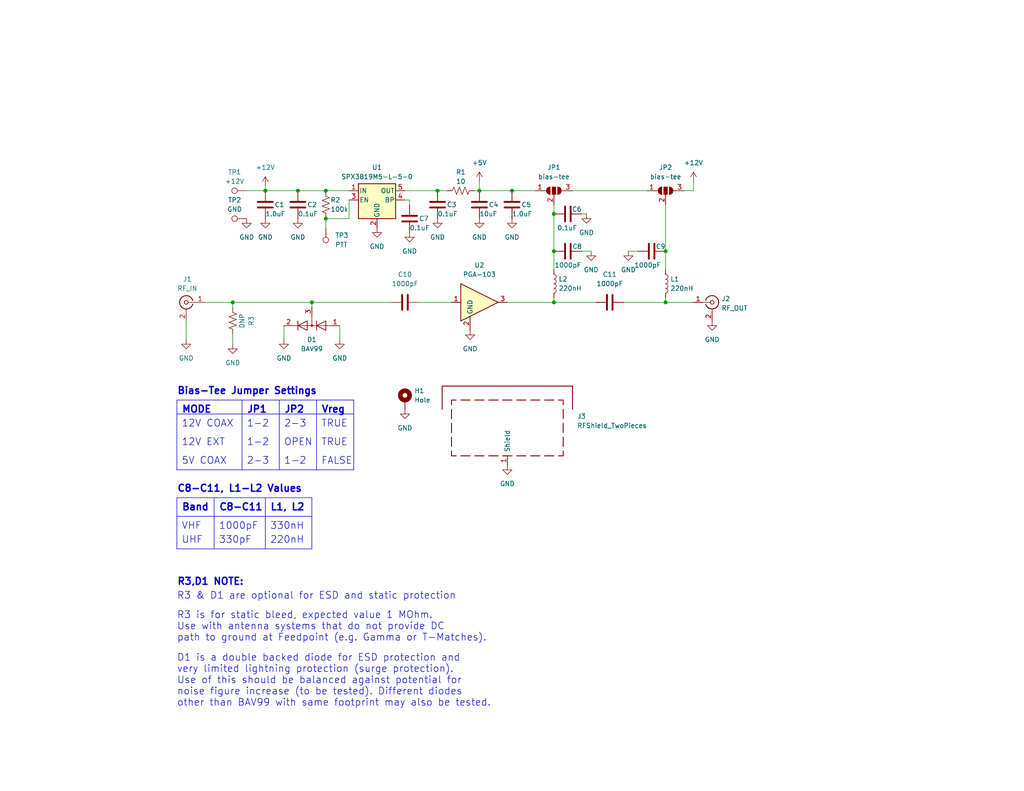
<source format=kicad_sch>
(kicad_sch (version 20230121) (generator eeschema)
  (paper "A")
  (title_block (title "PGA-103+ Preamplifier, Version 1") (date "2023-08-08") (rev "-") (company "VTGS, GSN-DSA") (comment 1 "Preamplifier for VHF/UHF Satellite Rx") (comment 2 "creativecommons.org/licenses/by/4.0/") (comment 3 "License: CC BY 4.0") (comment 4 "Author: Zach Leffke, KJ4QLP"))
  (lib_symbols
    (symbol "Connector:Conn_Coaxial" (pin_names (offset 1.016) hide)
      (property "Reference" "J" (at 0.254 3.048 0))
      (property "Value" "Conn_Coaxial" (at 2.921 0 90))
      (symbol "Conn_Coaxial_0_1"
        (arc (start -1.778 -0.508) (mid 0.2311 -1.8066) (end 1.778 0) (stroke (width 0.254)))
        (polyline (pts (xy -2.54 0) (xy -0.508 0)))
        (polyline (pts (xy 0 -2.54) (xy 0 -1.778)))
        (circle (center 0 0) (radius 0.508) (stroke (width 0.2032)))
        (arc (start 1.778 0) (mid 0.2099 1.8101) (end -1.778 0.508) (stroke (width 0.254)))
      )
      (symbol "Conn_Coaxial_1_1"
        (pin passive line (at -5.08 0 0) (length 2.54) (name "In") (number "1"))
        (pin passive line (at 0 -5.08 90) (length 2.54) (name "Ext") (number "2"))
      )
    )
    (symbol "Connector:TestPoint" (pin_numbers hide) (pin_names (offset 0.762) hide)
      (property "Reference" "TP" (at 0 6.858 0))
      (property "Value" "TestPoint" (at 0 5.08 0))
      (symbol "TestPoint_0_1"
        (circle (center 0 3.302) (radius 0.762))
      )
      (symbol "TestPoint_1_1"
        (pin passive line (at 0 0 90) (length 2.54) (name "1") (number "1"))
      )
    )
    (symbol "Device:C" (pin_numbers hide) (pin_names (offset 0.254))
      (property "Reference" "C" (at 0.635 2.54 0))
      (property "Value" "C" (at 0.635 -2.54 0))
      (symbol "C_0_1"
        (polyline (pts (xy -2.032 -0.762) (xy 2.032 -0.762)) (stroke (width 0.508)))
        (polyline (pts (xy -2.032 0.762) (xy 2.032 0.762)) (stroke (width 0.508)))
      )
      (symbol "C_1_1"
        (pin passive line (at 0 3.81 270) (length 2.794) (name "~") (number "1"))
        (pin passive line (at 0 -3.81 90) (length 2.794) (name "~") (number "2"))
      )
    )
    (symbol "Device:L" (pin_numbers hide) (pin_names (offset 1.016) hide)
      (property "Reference" "L" (at -1.27 0 90))
      (property "Value" "L" (at 1.905 0 90))
      (symbol "L_0_1"
        (arc (start 0 -2.54) (mid 0.6323 -1.905) (end 0 -1.27))
        (arc (start 0 -1.27) (mid 0.6323 -0.635) (end 0 0))
        (arc (start 0 0) (mid 0.6323 0.635) (end 0 1.27))
        (arc (start 0 1.27) (mid 0.6323 1.905) (end 0 2.54))
      )
      (symbol "L_1_1"
        (pin passive line (at 0 3.81 270) (length 1.27) (name "1") (number "1"))
        (pin passive line (at 0 -3.81 90) (length 1.27) (name "2") (number "2"))
      )
    )
    (symbol "Device:RFShield_TwoPieces" (pin_names (offset 1.016))
      (property "Reference" "J" (at 0 5.08 0))
      (property "Value" "RFShield_TwoPieces" (at 0 2.54 0))
      (symbol "RFShield_TwoPieces_0_1"
        (polyline (pts (xy -15.24 -5.08) (xy -15.24 -2.54)) (stroke (width 0.254)))
        (polyline (pts (xy -15.24 -1.27) (xy -15.24 1.27)) (stroke (width 0.254)))
        (polyline (pts (xy -15.24 2.54) (xy -15.24 5.08)) (stroke (width 0.254)))
        (polyline (pts (xy -12.7 7.62) (xy -10.16 7.62)) (stroke (width 0.254)))
        (polyline (pts (xy -10.16 -7.62) (xy -12.7 -7.62)) (stroke (width 0.254)))
        (polyline (pts (xy -6.35 -7.62) (xy -8.89 -7.62)) (stroke (width 0.254)))
        (polyline (pts (xy -6.35 7.62) (xy -8.89 7.62)) (stroke (width 0.254)))
        (polyline (pts (xy -2.54 -7.62) (xy -5.08 -7.62)) (stroke (width 0.254)))
        (polyline (pts (xy -2.54 7.62) (xy -5.08 7.62)) (stroke (width 0.254)))
        (polyline (pts (xy -1.27 -7.62) (xy 1.27 -7.62)) (stroke (width 0.254)))
        (polyline (pts (xy 1.27 7.62) (xy -1.27 7.62)) (stroke (width 0.254)))
        (polyline (pts (xy 2.54 -7.62) (xy 5.08 -7.62)) (stroke (width 0.254)))
        (polyline (pts (xy 5.08 7.62) (xy 2.54 7.62)) (stroke (width 0.254)))
        (polyline (pts (xy 6.35 -7.62) (xy 8.89 -7.62)) (stroke (width 0.254)))
        (polyline (pts (xy 8.89 7.62) (xy 6.35 7.62)) (stroke (width 0.254)))
        (polyline (pts (xy 10.16 -7.62) (xy 12.7 -7.62)) (stroke (width 0.254)))
        (polyline (pts (xy 12.7 7.62) (xy 10.16 7.62)) (stroke (width 0.254)))
        (polyline (pts (xy 15.24 -5.08) (xy 15.24 -2.54)) (stroke (width 0.254)))
        (polyline (pts (xy 15.24 -1.27) (xy 15.24 1.27)) (stroke (width 0.254)))
        (polyline (pts (xy 15.24 2.54) (xy 15.24 5.08)) (stroke (width 0.254)))
        (polyline (pts (xy -15.24 6.35) (xy -15.24 7.62) (xy -13.97 7.62)) (stroke (width 0.254)))
        (polyline (pts (xy -13.97 -7.62) (xy -15.24 -7.62) (xy -15.24 -6.35)) (stroke (width 0.254)))
        (polyline (pts (xy 13.97 -7.62) (xy 15.24 -7.62) (xy 15.24 -6.35)) (stroke (width 0.254)))
        (polyline (pts (xy 15.24 6.35) (xy 15.24 7.62) (xy 13.97 7.62)) (stroke (width 0.254)))
        (polyline (pts (xy -17.78 5.08) (xy -17.78 11.43) (xy 17.78 11.43) (xy 17.78 5.08)) (stroke (width 0.254)))
      )
      (symbol "RFShield_TwoPieces_1_1"
        (pin passive line (at 0 -10.16 90) (length 2.54) (name "Shield") (number "1"))
      )
    )
    (symbol "Device:R_US" (pin_numbers hide) (pin_names (offset 0))
      (property "Reference" "R" (at 2.54 0 90))
      (property "Value" "R_US" (at -2.54 0 90))
      (symbol "R_US_0_1"
        (polyline (pts (xy 0 -2.286) (xy 0 -2.54)))
        (polyline (pts (xy 0 2.286) (xy 0 2.54)))
        (polyline (pts (xy 0 -0.762) (xy 1.016 -1.143) (xy 0 -1.524) (xy -1.016 -1.905) (xy 0 -2.286)))
        (polyline (pts (xy 0 0.762) (xy 1.016 0.381) (xy 0 0) (xy -1.016 -0.381) (xy 0 -0.762)))
        (polyline (pts (xy 0 2.286) (xy 1.016 1.905) (xy 0 1.524) (xy -1.016 1.143) (xy 0 0.762)))
      )
      (symbol "R_US_1_1"
        (pin passive line (at 0 3.81 270) (length 1.27) (name "~") (number "1"))
        (pin passive line (at 0 -3.81 90) (length 1.27) (name "~") (number "2"))
      )
    )
    (symbol "Diode:BAV99" (pin_names hide)
      (property "Reference" "D" (at 0 5.08 0))
      (property "Value" "BAV99" (at 0 2.54 0))
      (symbol "BAV99_0_1"
        (polyline (pts (xy -5.08 0) (xy 5.08 0)))
      )
      (symbol "BAV99_1_1"
        (polyline (pts (xy 0 0) (xy 0 -2.54)))
        (polyline (pts (xy -1.27 -1.27) (xy -1.27 1.27) (xy -1.27 1.27)) (stroke (width 0.2032)))
        (polyline (pts (xy 3.81 1.27) (xy 3.81 -1.27) (xy 3.81 -1.27)) (stroke (width 0.2032)))
        (polyline (pts (xy -3.81 1.27) (xy -1.27 0) (xy -3.81 -1.27) (xy -3.81 1.27) (xy -3.81 1.27) (xy -3.81 1.27)) (stroke (width 0.2032)))
        (polyline (pts (xy 1.27 1.27) (xy 3.81 0) (xy 1.27 -1.27) (xy 1.27 1.27) (xy 1.27 1.27) (xy 1.27 1.27)) (stroke (width 0.2032)))
        (circle (center 0 0) (radius 0.254) (fill (type outline)))
        (pin passive line (at -7.62 0 0) (length 2.54) (name "K") (number "1"))
        (pin passive line (at 7.62 0 180) (length 2.54) (name "A") (number "2"))
        (pin passive line (at 0 -5.08 90) (length 2.54) (name "K") (number "3"))
      )
    )
    (symbol "Jumper:SolderJumper_3_Open" (pin_names (offset 0) hide)
      (property "Reference" "JP" (at -2.54 -2.54 0))
      (property "Value" "SolderJumper_3_Open" (at 0 2.794 0))
      (symbol "SolderJumper_3_Open_0_1"
        (arc (start -1.016 1.016) (mid -2.0276 0) (end -1.016 -1.016))
        (arc (start -1.016 1.016) (mid -2.0276 0) (end -1.016 -1.016) (fill (type outline)))
        (rectangle (start -0.508 1.016) (end 0.508 -1.016) (fill (type outline)))
        (polyline (pts (xy -2.54 0) (xy -2.032 0)))
        (polyline (pts (xy -1.016 1.016) (xy -1.016 -1.016)))
        (polyline (pts (xy 0 -1.27) (xy 0 -1.016)))
        (polyline (pts (xy 1.016 1.016) (xy 1.016 -1.016)))
        (polyline (pts (xy 2.54 0) (xy 2.032 0)))
        (arc (start 1.016 -1.016) (mid 2.0276 0) (end 1.016 1.016))
        (arc (start 1.016 -1.016) (mid 2.0276 0) (end 1.016 1.016) (fill (type outline)))
      )
      (symbol "SolderJumper_3_Open_1_1"
        (pin passive line (at -5.08 0 0) (length 2.54) (name "A") (number "1"))
        (pin passive line (at 0 -3.81 90) (length 2.54) (name "C") (number "2"))
        (pin passive line (at 5.08 0 180) (length 2.54) (name "B") (number "3"))
      )
    )
    (symbol "Mechanical:MountingHole_Pad" (pin_numbers hide) (pin_names (offset 1.016) hide)
      (property "Reference" "H" (at 0 6.35 0))
      (property "Value" "MountingHole_Pad" (at 0 4.445 0))
      (symbol "MountingHole_Pad_0_1"
        (circle (center 0 1.27) (radius 1.27) (stroke (width 1.27)))
      )
      (symbol "MountingHole_Pad_1_1"
        (pin input line (at 0 -2.54 90) (length 2.54) (name "1") (number "1"))
      )
    )
    (symbol "RF_Amplifier:PGA-103"
      (property "Reference" "U" (at -1.27 7.62 0))
      (property "Value" "PGA-103" (at 2.54 5.08 0))
      (symbol "PGA-103_0_1"
        (polyline (pts (xy 5.08 0) (xy -5.08 5.08) (xy -5.08 -5.08) (xy 5.08 0)) (stroke (width 0.254)) (fill (type background)))
      )
      (symbol "PGA-103_1_1"
        (pin input line (at -7.62 0 0) (length 2.54) (name "~") (number "1"))
        (pin power_in line (at -2.54 -7.62 90) (length 3.81) (name "GND") (number "2"))
        (pin output line (at 7.62 0 180) (length 2.54) (name "~") (number "3"))
      )
    )
    (symbol "Regulator_Linear:SPX3819M5-L-5-0" (pin_names (offset 0.254))
      (property "Reference" "U" (at -3.81 5.715 0))
      (property "Value" "SPX3819M5-L-5-0" (at 0 5.715 0))
      (symbol "SPX3819M5-L-5-0_0_1"
        (rectangle (start -5.08 4.445) (end 5.08 -5.08) (stroke (width 0.254)) (fill (type background)))
      )
      (symbol "SPX3819M5-L-5-0_1_1"
        (pin power_in line (at -7.62 2.54 0) (length 2.54) (name "IN") (number "1"))
        (pin power_in line (at 0 -7.62 90) (length 2.54) (name "GND") (number "2"))
        (pin input line (at -7.62 0 0) (length 2.54) (name "EN") (number "3"))
        (pin input line (at 7.62 0 180) (length 2.54) (name "BP") (number "4"))
        (pin power_out line (at 7.62 2.54 180) (length 2.54) (name "OUT") (number "5"))
      )
    )
    (symbol "power:+12V" (power) (pin_names (offset 0))
      (property "Value" "+12V" (at 0 3.556 0))
      (symbol "+12V_0_1"
        (polyline (pts (xy -0.762 1.27) (xy 0 2.54)))
        (polyline (pts (xy 0 0) (xy 0 2.54)))
        (polyline (pts (xy 0 2.54) (xy 0.762 1.27)))
      )
      (symbol "+12V_1_1"
        (pin power_in line (at 0 0 90) (length 0) hide (name "+12V") (number "1"))
      )
    )
    (symbol "power:+5V" (power) (pin_names (offset 0))
      (property "Value" "+5V" (at 0 3.556 0))
      (symbol "+5V_0_1"
        (polyline (pts (xy -0.762 1.27) (xy 0 2.54)))
        (polyline (pts (xy 0 0) (xy 0 2.54)))
        (polyline (pts (xy 0 2.54) (xy 0.762 1.27)))
      )
      (symbol "+5V_1_1"
        (pin power_in line (at 0 0 90) (length 0) hide (name "+5V") (number "1"))
      )
    )
    (symbol "power:GND" (power) (pin_names (offset 0))
      (property "Value" "GND" (at 0 -3.81 0))
      (symbol "GND_0_1"
        (polyline (pts (xy 0 0) (xy 0 -1.27) (xy 1.27 -1.27) (xy 0 -2.54) (xy -1.27 -1.27) (xy 0 -1.27)))
      )
      (symbol "GND_1_1"
        (pin power_in line (at 0 0 270) (length 0) hide (name "GND") (number "1"))
      )
    )
  )
  (junction (at 151.13 58.42))
  (junction (at 81.28 52.07))
  (junction (at 119.38 52.07))
  (junction (at 130.81 52.07))
  (junction (at 88.9 52.07))
  (junction (at 72.39 52.07))
  (junction (at 181.61 68.58))
  (junction (at 85.09 82.55))
  (junction (at 139.7 52.07))
  (junction (at 181.61 82.55))
  (junction (at 88.9 59.69))
  (junction (at 151.13 68.58))
  (junction (at 63.5 82.55))
  (junction (at 151.13 82.55))
  (wire (pts (xy 189.23 52.07) (xy 189.23 49.53)))
  (wire (pts (xy 92.71 88.9) (xy 92.71 92.71)))
  (wire (pts (xy 55.88 82.55) (xy 63.5 82.55)))
  (wire (pts (xy 72.39 50.8) (xy 72.39 52.07)))
  (wire (pts (xy 85.09 82.55) (xy 106.68 82.55)))
  (wire (pts (xy 151.13 81.28) (xy 151.13 82.55)))
  (wire (pts (xy 181.61 81.28) (xy 181.61 82.55)))
  (wire (pts (xy 151.13 58.42) (xy 151.13 68.58)))
  (polyline (pts (xy 48.26 140.97) (xy 85.09 140.97)))
  (wire (pts (xy 151.13 68.58) (xy 151.13 73.66)))
  (wire (pts (xy 181.61 55.88) (xy 181.61 68.58)))
  (wire (pts (xy 171.45 68.58) (xy 173.99 68.58)))
  (wire (pts (xy 85.09 82.55) (xy 85.09 83.82)))
  (wire (pts (xy 114.3 82.55) (xy 123.19 82.55)))
  (polyline (pts (xy 58.42 135.89) (xy 58.42 149.86)))
  (wire (pts (xy 151.13 55.88) (xy 151.13 58.42)))
  (wire (pts (xy 139.7 52.07) (xy 146.05 52.07)))
  (wire (pts (xy 95.25 59.69) (xy 95.25 54.61)))
  (wire (pts (xy 130.81 52.07) (xy 139.7 52.07)))
  (wire (pts (xy 72.39 52.07) (xy 81.28 52.07)))
  (wire (pts (xy 181.61 82.55) (xy 189.23 82.55)))
  (polyline (pts (xy 76.2 109.22) (xy 76.2 128.27)))
  (polyline (pts (xy 48.26 113.03) (xy 96.52 113.03)))
  (wire (pts (xy 181.61 68.58) (xy 181.61 73.66)))
  (polyline (pts (xy 48.26 109.22) (xy 96.52 109.22)))
  (polyline (pts (xy 72.39 135.89) (xy 72.39 149.86)))
  (wire (pts (xy 88.9 59.69) (xy 88.9 62.23)))
  (wire (pts (xy 110.49 52.07) (xy 119.38 52.07)))
  (wire (pts (xy 158.75 68.58) (xy 161.29 68.58)))
  (polyline (pts (xy 96.52 109.22) (xy 96.52 128.27)))
  (polyline (pts (xy 85.09 135.89) (xy 85.09 149.86)))
  (polyline (pts (xy 48.26 109.22) (xy 48.26 128.27)))
  (polyline (pts (xy 48.26 135.89) (xy 85.09 135.89)))
  (wire (pts (xy 129.54 52.07) (xy 130.81 52.07)))
  (wire (pts (xy 67.31 52.07) (xy 72.39 52.07)))
  (wire (pts (xy 63.5 82.55) (xy 85.09 82.55)))
  (polyline (pts (xy 86.36 109.22) (xy 86.36 128.27)))
  (wire (pts (xy 88.9 52.07) (xy 95.25 52.07)))
  (wire (pts (xy 81.28 52.07) (xy 88.9 52.07)))
  (wire (pts (xy 186.69 52.07) (xy 189.23 52.07)))
  (wire (pts (xy 88.9 59.69) (xy 95.25 59.69)))
  (polyline (pts (xy 66.04 109.22) (xy 66.04 128.27)))
  (wire (pts (xy 170.18 82.55) (xy 181.61 82.55)))
  (wire (pts (xy 160.02 58.42) (xy 158.75 58.42)))
  (polyline (pts (xy 96.52 128.27) (xy 48.26 128.27)))
  (wire (pts (xy 138.43 82.55) (xy 151.13 82.55)))
  (wire (pts (xy 119.38 52.07) (xy 121.92 52.07)))
  (wire (pts (xy 156.21 52.07) (xy 176.53 52.07)))
  (wire (pts (xy 151.13 82.55) (xy 162.56 82.55)))
  (polyline (pts (xy 48.26 149.86) (xy 85.09 149.86)))
  (wire (pts (xy 63.5 91.44) (xy 63.5 93.98)))
  (wire (pts (xy 77.47 88.9) (xy 77.47 92.71)))
  (wire (pts (xy 63.5 83.82) (xy 63.5 82.55)))
  (wire (pts (xy 111.76 54.61) (xy 111.76 55.88)))
  (wire (pts (xy 110.49 54.61) (xy 111.76 54.61)))
  (wire (pts (xy 50.8 87.63) (xy 50.8 92.71)))
  (polyline (pts (xy 48.26 135.89) (xy 48.26 149.86)))
  (wire (pts (xy 130.81 49.53) (xy 130.81 52.07)))
  (text "UHF" (at 49.53 148.59 0) (effects (font (size 1.905 1.905)) (justify left bottom)))
  (text "2-3" (at 67.31 127 0) (effects (font (size 1.905 1.905)) (justify left bottom)))
  (text "TRUE" (at 87.63 116.84 0) (effects (font (size 1.905 1.905)) (justify left bottom)))
  (text "2-3" (at 77.47 116.84 0) (effects (font (size 1.905 1.905)) (justify left bottom)))
  (text "R3 is for static bleed, expected value 1 MOhm.\nUse with antenna systems that do not provide DC \npath to ground at Feedpoint (e.g. Gamma or T-Matches)." (at 48.26 175.26 0) (effects (font (size 1.905 1.905)) (justify left bottom)))
  (text "330nH" (at 73.66 144.78 0) (effects (font (size 1.905 1.905)) (justify left bottom)))
  (text "D1 is a double backed diode for ESD protection and \nvery limited lightning protection (surge protection).  \nUse of this should be balanced against potential for \nnoise figure increase (to be tested). Different diodes \nother than BAV99 with same footprint may also be tested." (at 48.26 193.04 0) (effects (font (size 1.905 1.905)) (justify left bottom)))
  (text "330pF" (at 59.69 148.59 0) (effects (font (size 1.905 1.905)) (justify left bottom)))
  (text "C8-C11" (at 59.69 139.7 0) (effects (font (size 1.905 1.905) (thickness 0.381) bold) (justify left bottom)))
  (text "VHF" (at 49.53 144.78 0) (effects (font (size 1.905 1.905)) (justify left bottom)))
  (text "OPEN" (at 77.47 121.92 0) (effects (font (size 1.905 1.905)) (justify left bottom)))
  (text "R3,D1 NOTE:" (at 48.26 160.02 0) (effects (font (size 1.905 1.905) (thickness 0.381) bold) (justify left bottom)))
  (text "Bias-Tee Jumper Settings" (at 48.26 107.95 0) (effects (font (size 1.905 1.905) (thickness 0.381) bold) (justify left bottom)))
  (text "JP1" (at 67.31 113.03 0) (effects (font (size 1.905 1.905) (thickness 0.381) bold) (justify left bottom)))
  (text "R3 & D1 are optional for ESD and static protection" (at 48.26 163.83 0) (effects (font (size 1.905 1.905)) (justify left bottom)))
  (text "JP2" (at 77.47 113.03 0) (effects (font (size 1.905 1.905) (thickness 0.381) bold) (justify left bottom)))
  (text "C8-C11, L1-L2 Values" (at 48.26 134.62 0) (effects (font (size 1.905 1.905) (thickness 0.381) bold) (justify left bottom)))
  (text "12V COAX" (at 49.53 116.84 0) (effects (font (size 1.905 1.905)) (justify left bottom)))
  (text "1-2" (at 67.31 121.92 0) (effects (font (size 1.905 1.905)) (justify left bottom)))
  (text "Vreg" (at 87.63 113.03 0) (effects (font (size 1.905 1.905) (thickness 0.381) bold) (justify left bottom)))
  (text "1-2" (at 67.31 116.84 0) (effects (font (size 1.905 1.905)) (justify left bottom)))
  (text "TRUE" (at 87.63 121.92 0) (effects (font (size 1.905 1.905)) (justify left bottom)))
  (text "220nH" (at 73.66 148.59 0) (effects (font (size 1.905 1.905)) (justify left bottom)))
  (text "1000pF" (at 59.69 144.78 0) (effects (font (size 1.905 1.905)) (justify left bottom)))
  (text "MODE" (at 49.53 113.03 0) (effects (font (size 1.905 1.905) (thickness 0.381) bold) (justify left bottom)))
  (text "1-2" (at 77.47 127 0) (effects (font (size 1.905 1.905)) (justify left bottom)))
  (text "5V COAX" (at 49.53 127 0) (effects (font (size 1.905 1.905)) (justify left bottom)))
  (text "Band" (at 49.53 139.7 0) (effects (font (size 1.905 1.905) (thickness 0.381) bold) (justify left bottom)))
  (text "L1, L2" (at 73.66 139.7 0) (effects (font (size 1.905 1.905) (thickness 0.381) bold) (justify left bottom)))
  (text "12V EXT" (at 49.53 121.92 0) (effects (font (size 1.905 1.905)) (justify left bottom)))
  (text "FALSE" (at 87.63 127 0) (effects (font (size 1.905 1.905)) (justify left bottom)))
  (symbol (lib_id "power:GND") (at 128.27 90.17 0) (unit 1)
    (property "Reference" "#PWR016" (effects hide))
    (property "Value" "GND" (at 128.27 95.25 0))
  )
  (symbol (lib_id "Device:C") (at 139.7 55.88 180) (unit 1)
    (property "Reference" "C5" (at 142.24 55.88 0) (effects (justify right)))
    (property "Value" "1.0uF" (at 139.7 58.42 0) (effects (justify right)))
    (property "Footprint" "digikey-footprints:0805" (effects hide))
  )
  (symbol (lib_id "power:GND") (at 72.39 59.69 0) (unit 1)
    (property "Reference" "#PWR06" (effects hide))
    (property "Value" "GND" (at 72.39 64.77 0))
  )
  (symbol (lib_id "power:GND") (at 110.49 111.76 0) (unit 1)
    (property "Reference" "#PWR021" (effects hide))
    (property "Value" "GND" (at 110.49 116.84 0))
  )
  (symbol (lib_id "power:GND") (at 139.7 59.69 0) (unit 1)
    (property "Reference" "#PWR010" (effects hide))
    (property "Value" "GND" (at 139.7 64.77 0))
  )
  (symbol (lib_id "power:GND") (at 161.29 68.58 0) (unit 1)
    (property "Reference" "#PWR013" (effects hide))
    (property "Value" "GND" (at 161.29 73.66 0))
  )
  (symbol (lib_id "Device:R_US") (at 88.9 55.88 0) (unit 1)
    (property "Reference" "R2" (at 90.17 54.61 0) (effects (justify left)))
    (property "Value" "100k" (at 90.17 57.15 0) (effects (justify left)))
    (property "Footprint" "digikey-footprints:0805" (effects hide))
  )
  (symbol (lib_id "Connector:TestPoint") (at 67.31 59.69 90) (unit 1)
    (property "Reference" "TP2" (at 64.008 54.61 90))
    (property "Value" "GND" (at 64.008 57.15 90))
    (property "Footprint" "TestPoint:TestPoint_Pad_2.0x2.0mm" (effects hide))
  )
  (symbol (lib_id "Device:C") (at 72.39 55.88 180) (unit 1)
    (property "Reference" "C1" (at 74.93 55.88 0) (effects (justify right)))
    (property "Value" "1.0uF" (at 72.39 58.42 0) (effects (justify right)))
    (property "Footprint" "digikey-footprints:0805" (effects hide))
  )
  (symbol (lib_id "Connector:TestPoint") (at 67.31 52.07 90) (unit 1)
    (property "Reference" "TP1" (at 64.008 46.99 90))
    (property "Value" "+12V" (at 64.008 49.53 90))
    (property "Footprint" "TestPoint:TestPoint_Pad_2.0x2.0mm" (effects hide))
  )
  (symbol (lib_id "Device:L") (at 151.13 77.47 0) (unit 1)
    (property "Reference" "L2" (at 152.4 76.2 0) (effects (justify left)))
    (property "Value" "220nH" (at 152.4 78.74 0) (effects (justify left)))
    (property "Footprint" "digikey-footprints:0805" (effects hide))
  )
  (symbol (lib_id "power:GND") (at 130.81 59.69 0) (unit 1)
    (property "Reference" "#PWR09" (effects hide))
    (property "Value" "GND" (at 130.81 64.77 0))
  )
  (symbol (lib_id "power:GND") (at 81.28 59.69 0) (unit 1)
    (property "Reference" "#PWR07" (effects hide))
    (property "Value" "GND" (at 81.28 64.77 0))
  )
  (symbol (lib_id "power:GND") (at 77.47 92.71 0) (unit 1)
    (property "Reference" "#PWR018" (effects hide))
    (property "Value" "GND" (at 77.47 97.79 0))
  )
  (symbol (lib_id "Connector:Conn_Coaxial") (at 50.8 82.55 0) (mirror y) (unit 1)
    (property "Reference" "J1" (at 51.1174 76.2 0))
    (property "Value" "RF_IN" (at 51.1174 78.74 0))
    (property "Footprint" "Connector_Coaxial:SMA_Samtec_SMA-J-P-X-ST-EM1_EdgeMount" (effects hide))
    (property "Datasheet" " ~" (effects hide))
  )
  (symbol (lib_id "power:+5V") (at 130.81 49.53 0) (unit 1)
    (property "Reference" "#PWR01" (effects hide))
    (property "Value" "+5V" (at 130.81 44.45 0))
  )
  (symbol (lib_id "power:GND") (at 194.31 87.63 0) (unit 1)
    (property "Reference" "#PWR015" (effects hide))
    (property "Value" "GND" (at 194.31 92.71 0))
  )
  (symbol (lib_id "Device:L") (at 181.61 77.47 0) (unit 1)
    (property "Reference" "L1" (at 182.88 76.2 0) (effects (justify left)))
    (property "Value" "220nH" (at 182.88 78.74 0) (effects (justify left)))
    (property "Footprint" "digikey-footprints:0805" (effects hide))
  )
  (symbol (lib_id "Diode:BAV99") (at 85.09 88.9 180) (unit 1)
    (property "Reference" "D1" (at 85.09 92.71 0))
    (property "Value" "BAV99" (at 85.09 95.25 0))
    (property "Footprint" "Package_TO_SOT_SMD:SOT-23" (effects hide))
    (property "Datasheet" "https://assets.nexperia.com/documents/data-sheet/BAV99_SER.pdf" (effects hide))
  )
  (symbol (lib_id "Regulator_Linear:SPX3819M5-L-5-0") (at 102.87 54.61 0) (unit 1)
    (property "Reference" "U1" (at 102.87 45.72 0))
    (property "Value" "SPX3819M5-L-5-0" (at 102.87 48.26 0))
    (property "Footprint" "Package_TO_SOT_SMD:SOT-23-5" (effects hide))
    (property "Datasheet" "https://www.exar.com/content/document.ashx?id=22106&languageid=1033&type=Datasheet&partnumber=SPX3819&filename=SPX3819.pdf&part=SPX3819" (effects hide))
  )
  (symbol (lib_id "Device:C") (at 177.8 68.58 270) (unit 1)
    (property "Reference" "C9" (at 181.61 67.31 90) (effects (justify right)))
    (property "Value" "1000pF" (at 180.34 72.39 90) (effects (justify right)))
    (property "Footprint" "digikey-footprints:0805" (effects hide))
  )
  (symbol (lib_id "power:GND") (at 67.31 59.69 0) (unit 1)
    (property "Reference" "#PWR05" (effects hide))
    (property "Value" "GND" (at 67.31 64.77 0))
  )
  (symbol (lib_id "power:GND") (at 111.76 63.5 0) (unit 1)
    (property "Reference" "#PWR012" (effects hide))
    (property "Value" "GND" (at 111.76 68.58 0))
  )
  (symbol (lib_id "Device:R_US") (at 63.5 87.63 0) (unit 1)
    (property "Reference" "R3" (at 68.58 87.63 90))
    (property "Value" "DNP" (at 66.04 87.63 90))
    (property "Footprint" "digikey-footprints:0805" (effects hide))
  )
  (symbol (lib_id "Device:C") (at 166.37 82.55 90) (unit 1)
    (property "Reference" "C11" (at 166.37 74.93 90))
    (property "Value" "1000pF" (at 166.37 77.47 90))
    (property "Footprint" "digikey-footprints:0805" (effects hide))
  )
  (symbol (lib_id "Device:C") (at 111.76 59.69 180) (unit 1)
    (property "Reference" "C7" (at 114.3 59.69 0) (effects (justify right)))
    (property "Value" "0.1uF" (at 111.76 62.23 0) (effects (justify right)))
    (property "Footprint" "digikey-footprints:0805" (effects hide))
  )
  (symbol (lib_id "Connector:Conn_Coaxial") (at 194.31 82.55 0) (unit 1)
    (property "Reference" "J2" (at 196.85 81.5732 0) (effects (justify left)))
    (property "Value" "RF_OUT" (at 196.85 84.1132 0) (effects (justify left)))
    (property "Footprint" "Connector_Coaxial:SMA_Samtec_SMA-J-P-X-ST-EM1_EdgeMount" (effects hide))
    (property "Datasheet" " ~" (effects hide))
  )
  (symbol (lib_id "Device:C") (at 154.94 58.42 270) (unit 1)
    (property "Reference" "C6" (at 158.75 57.15 90) (effects (justify right)))
    (property "Value" "0.1uF" (at 157.48 62.23 90) (effects (justify right)))
    (property "Footprint" "digikey-footprints:0805" (effects hide))
  )
  (symbol (lib_id "power:GND") (at 92.71 92.71 0) (unit 1)
    (property "Reference" "#PWR019" (effects hide))
    (property "Value" "GND" (at 92.71 97.79 0))
  )
  (symbol (lib_id "Device:C") (at 81.28 55.88 180) (unit 1)
    (property "Reference" "C2" (at 83.82 55.88 0) (effects (justify right)))
    (property "Value" "0.1uF" (at 81.28 58.42 0) (effects (justify right)))
    (property "Footprint" "digikey-footprints:0805" (effects hide))
  )
  (symbol (lib_id "Jumper:SolderJumper_3_Open") (at 151.13 52.07 0) (unit 1)
    (property "Reference" "JP1" (at 151.13 45.72 0))
    (property "Value" "bias-tee" (at 151.13 48.26 0))
    (property "Footprint" "Jumper:SolderJumper-3_P1.3mm_Open_RoundedPad1.0x1.5mm_NumberLabels" (effects hide))
  )
  (symbol (lib_id "Device:C") (at 154.94 68.58 270) (unit 1)
    (property "Reference" "C8" (at 157.48 67.31 90))
    (property "Value" "1000pF" (at 154.94 72.39 90))
    (property "Footprint" "digikey-footprints:0805" (effects hide))
  )
  (symbol (lib_id "Device:C") (at 130.81 55.88 180) (unit 1)
    (property "Reference" "C4" (at 133.35 55.88 0) (effects (justify right)))
    (property "Value" "10uF" (at 130.81 58.42 0) (effects (justify right)))
    (property "Footprint" "digikey-footprints:0805" (effects hide))
  )
  (symbol (lib_id "power:GND") (at 171.45 68.58 0) (unit 1)
    (property "Reference" "#PWR014" (effects hide))
    (property "Value" "GND" (at 171.45 73.66 0))
  )
  (symbol (lib_id "Jumper:SolderJumper_3_Open") (at 181.61 52.07 0) (unit 1)
    (property "Reference" "JP2" (at 181.61 45.72 0))
    (property "Value" "bias-tee" (at 181.61 48.26 0))
    (property "Footprint" "Jumper:SolderJumper-3_P1.3mm_Open_RoundedPad1.0x1.5mm_NumberLabels" (effects hide))
  )
  (symbol (lib_id "RF_Amplifier:PGA-103") (at 130.81 82.55 0) (unit 1)
    (property "Reference" "U2" (at 130.81 72.39 0))
    (property "Value" "PGA-103" (at 130.81 74.93 0))
    (property "Footprint" "Package_TO_SOT_SMD:SOT-89-3" (effects hide))
    (property "Datasheet" "https://www.minicircuits.com/pdfs/PGA-103+.pdf" (effects hide))
  )
  (symbol (lib_id "Mechanical:MountingHole_Pad") (at 110.49 109.22 0) (unit 1)
    (property "Reference" "H1" (at 113.03 106.68 0) (effects (justify left)))
    (property "Value" "Hole" (at 113.03 109.22 0) (effects (justify left)))
    (property "Footprint" "TestPoint:TestPoint_Plated_Hole_D4.0mm" (effects hide))
  )
  (symbol (lib_id "Device:C") (at 110.49 82.55 90) (unit 1)
    (property "Reference" "C10" (at 110.49 74.93 90))
    (property "Value" "1000pF" (at 110.49 77.47 90))
    (property "Footprint" "digikey-footprints:0805" (effects hide))
  )
  (symbol (lib_id "Device:RFShield_TwoPieces") (at 138.43 116.84 0) (unit 1)
    (property "Reference" "J3" (at 157.48 113.665 0) (effects (justify left)))
    (property "Value" "RFShield_TwoPieces" (at 157.48 116.205 0) (effects (justify left)))
    (property "Footprint" "RF_Shielding:Wuerth_36103205_20x20mm" (effects hide))
  )
  (symbol (lib_id "power:GND") (at 63.5 93.98 0) (unit 1)
    (property "Reference" "#PWR020" (effects hide))
    (property "Value" "GND" (at 63.5 99.06 0))
  )
  (symbol (lib_id "power:GND") (at 102.87 62.23 0) (unit 1)
    (property "Reference" "#PWR011" (effects hide))
    (property "Value" "GND" (at 102.87 67.31 0))
  )
  (symbol (lib_id "Connector:TestPoint") (at 88.9 62.23 180) (unit 1)
    (property "Reference" "TP3" (at 91.44 64.262 0) (effects (justify right)))
    (property "Value" "PTT" (at 91.44 66.802 0) (effects (justify right)))
    (property "Footprint" "TestPoint:TestPoint_Pad_2.0x2.0mm" (effects hide))
  )
  (symbol (lib_id "power:+12V") (at 189.23 49.53 0) (unit 1)
    (property "Reference" "#PWR02" (effects hide))
    (property "Value" "+12V" (at 189.23 44.45 0))
  )
  (symbol (lib_id "power:GND") (at 138.43 127 0) (unit 1)
    (property "Reference" "#PWR022" (effects hide))
    (property "Value" "GND" (at 138.43 132.08 0))
  )
  (symbol (lib_id "power:GND") (at 160.02 58.42 0) (unit 1)
    (property "Reference" "#PWR04" (effects hide))
    (property "Value" "GND" (at 160.02 63.5 0))
  )
  (symbol (lib_id "Device:R_US") (at 125.73 52.07 90) (unit 1)
    (property "Reference" "R1" (at 125.73 46.99 90))
    (property "Value" "10" (at 125.73 49.53 90))
    (property "Footprint" "digikey-footprints:0805" (effects hide))
  )
  (symbol (lib_id "Device:C") (at 119.38 55.88 180) (unit 1)
    (property "Reference" "C3" (at 121.92 55.88 0) (effects (justify right)))
    (property "Value" "0.1uF" (at 119.38 58.42 0) (effects (justify right)))
    (property "Footprint" "digikey-footprints:0805" (effects hide))
  )
  (symbol (lib_id "power:GND") (at 50.8 92.71 0) (unit 1)
    (property "Reference" "#PWR017" (effects hide))
    (property "Value" "GND" (at 50.8 97.79 0))
  )
  (symbol (lib_id "power:+12V") (at 72.39 50.8 0) (unit 1)
    (property "Reference" "#PWR03" (effects hide))
    (property "Value" "+12V" (at 72.39 45.72 0))
  )
  (symbol (lib_id "power:GND") (at 119.38 59.69 0) (unit 1)
    (property "Reference" "#PWR08" (effects hide))
    (property "Value" "GND" (at 119.38 64.77 0))
  )
)
</source>
